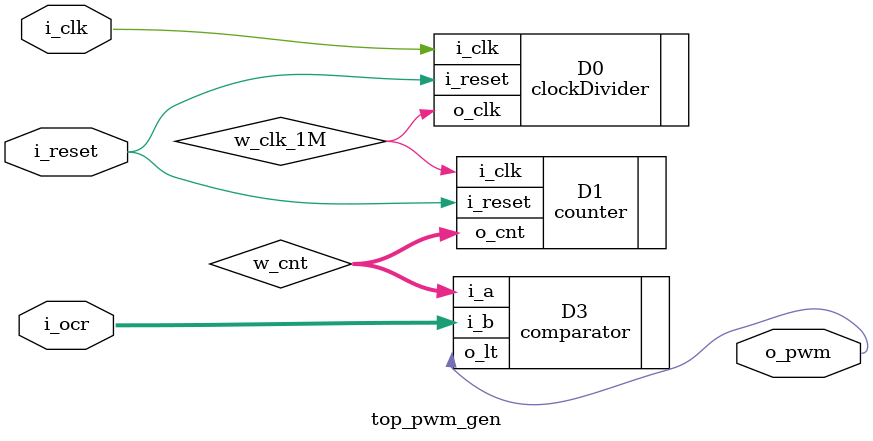
<source format=v>
`timescale 1ns / 1ps


module top_pwm_gen(
    input i_clk, i_reset,
    input [7:0] i_ocr,
    output o_pwm
    );
    
    wire w_clk_1M;
    wire [7:0] w_cnt;
    
    clockDivider #(.MAX_COUNT(50)) D0 (
        .i_clk(i_clk),
        .i_reset(i_reset),
        .o_clk(w_clk_1M)
    );
    
    counter D1 (
        .i_clk(w_clk_1M),
        .i_reset(i_reset),
        .o_cnt(w_cnt)
    );
    
    comparator D3 (
        .i_a(w_cnt), .i_b(i_ocr),
        .o_lt(o_pwm)
    );
endmodule

</source>
